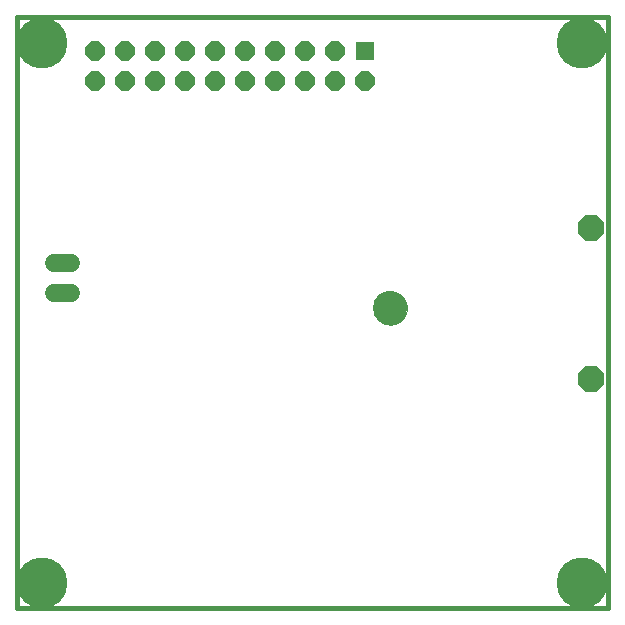
<source format=gbs>
G75*
%MOIN*%
%OFA0B0*%
%FSLAX25Y25*%
%IPPOS*%
%LPD*%
%AMOC8*
5,1,8,0,0,1.08239X$1,22.5*
%
%ADD10C,0.01600*%
%ADD11C,0.00000*%
%ADD12C,0.11424*%
%ADD13OC8,0.08900*%
%ADD14R,0.06400X0.06400*%
%ADD15OC8,0.06400*%
%ADD16C,0.06000*%
%ADD17C,0.16998*%
D10*
X0002849Y0001800D02*
X0199700Y0001800D01*
X0199700Y0198650D01*
X0002849Y0198650D01*
X0002849Y0001800D01*
D11*
X0121668Y0101682D02*
X0121670Y0101830D01*
X0121676Y0101978D01*
X0121686Y0102126D01*
X0121700Y0102273D01*
X0121718Y0102420D01*
X0121739Y0102566D01*
X0121765Y0102712D01*
X0121795Y0102857D01*
X0121828Y0103001D01*
X0121866Y0103144D01*
X0121907Y0103286D01*
X0121952Y0103427D01*
X0122000Y0103567D01*
X0122053Y0103706D01*
X0122109Y0103843D01*
X0122169Y0103978D01*
X0122232Y0104112D01*
X0122299Y0104244D01*
X0122370Y0104374D01*
X0122444Y0104502D01*
X0122521Y0104628D01*
X0122602Y0104752D01*
X0122686Y0104874D01*
X0122773Y0104993D01*
X0122864Y0105110D01*
X0122958Y0105225D01*
X0123054Y0105337D01*
X0123154Y0105447D01*
X0123256Y0105553D01*
X0123362Y0105657D01*
X0123470Y0105758D01*
X0123581Y0105856D01*
X0123694Y0105952D01*
X0123810Y0106044D01*
X0123928Y0106133D01*
X0124049Y0106218D01*
X0124172Y0106301D01*
X0124297Y0106380D01*
X0124424Y0106456D01*
X0124553Y0106528D01*
X0124684Y0106597D01*
X0124817Y0106662D01*
X0124952Y0106723D01*
X0125088Y0106781D01*
X0125225Y0106836D01*
X0125364Y0106886D01*
X0125505Y0106933D01*
X0125646Y0106976D01*
X0125789Y0107016D01*
X0125933Y0107051D01*
X0126077Y0107083D01*
X0126223Y0107110D01*
X0126369Y0107134D01*
X0126516Y0107154D01*
X0126663Y0107170D01*
X0126810Y0107182D01*
X0126958Y0107190D01*
X0127106Y0107194D01*
X0127254Y0107194D01*
X0127402Y0107190D01*
X0127550Y0107182D01*
X0127697Y0107170D01*
X0127844Y0107154D01*
X0127991Y0107134D01*
X0128137Y0107110D01*
X0128283Y0107083D01*
X0128427Y0107051D01*
X0128571Y0107016D01*
X0128714Y0106976D01*
X0128855Y0106933D01*
X0128996Y0106886D01*
X0129135Y0106836D01*
X0129272Y0106781D01*
X0129408Y0106723D01*
X0129543Y0106662D01*
X0129676Y0106597D01*
X0129807Y0106528D01*
X0129936Y0106456D01*
X0130063Y0106380D01*
X0130188Y0106301D01*
X0130311Y0106218D01*
X0130432Y0106133D01*
X0130550Y0106044D01*
X0130666Y0105952D01*
X0130779Y0105856D01*
X0130890Y0105758D01*
X0130998Y0105657D01*
X0131104Y0105553D01*
X0131206Y0105447D01*
X0131306Y0105337D01*
X0131402Y0105225D01*
X0131496Y0105110D01*
X0131587Y0104993D01*
X0131674Y0104874D01*
X0131758Y0104752D01*
X0131839Y0104628D01*
X0131916Y0104502D01*
X0131990Y0104374D01*
X0132061Y0104244D01*
X0132128Y0104112D01*
X0132191Y0103978D01*
X0132251Y0103843D01*
X0132307Y0103706D01*
X0132360Y0103567D01*
X0132408Y0103427D01*
X0132453Y0103286D01*
X0132494Y0103144D01*
X0132532Y0103001D01*
X0132565Y0102857D01*
X0132595Y0102712D01*
X0132621Y0102566D01*
X0132642Y0102420D01*
X0132660Y0102273D01*
X0132674Y0102126D01*
X0132684Y0101978D01*
X0132690Y0101830D01*
X0132692Y0101682D01*
X0132690Y0101534D01*
X0132684Y0101386D01*
X0132674Y0101238D01*
X0132660Y0101091D01*
X0132642Y0100944D01*
X0132621Y0100798D01*
X0132595Y0100652D01*
X0132565Y0100507D01*
X0132532Y0100363D01*
X0132494Y0100220D01*
X0132453Y0100078D01*
X0132408Y0099937D01*
X0132360Y0099797D01*
X0132307Y0099658D01*
X0132251Y0099521D01*
X0132191Y0099386D01*
X0132128Y0099252D01*
X0132061Y0099120D01*
X0131990Y0098990D01*
X0131916Y0098862D01*
X0131839Y0098736D01*
X0131758Y0098612D01*
X0131674Y0098490D01*
X0131587Y0098371D01*
X0131496Y0098254D01*
X0131402Y0098139D01*
X0131306Y0098027D01*
X0131206Y0097917D01*
X0131104Y0097811D01*
X0130998Y0097707D01*
X0130890Y0097606D01*
X0130779Y0097508D01*
X0130666Y0097412D01*
X0130550Y0097320D01*
X0130432Y0097231D01*
X0130311Y0097146D01*
X0130188Y0097063D01*
X0130063Y0096984D01*
X0129936Y0096908D01*
X0129807Y0096836D01*
X0129676Y0096767D01*
X0129543Y0096702D01*
X0129408Y0096641D01*
X0129272Y0096583D01*
X0129135Y0096528D01*
X0128996Y0096478D01*
X0128855Y0096431D01*
X0128714Y0096388D01*
X0128571Y0096348D01*
X0128427Y0096313D01*
X0128283Y0096281D01*
X0128137Y0096254D01*
X0127991Y0096230D01*
X0127844Y0096210D01*
X0127697Y0096194D01*
X0127550Y0096182D01*
X0127402Y0096174D01*
X0127254Y0096170D01*
X0127106Y0096170D01*
X0126958Y0096174D01*
X0126810Y0096182D01*
X0126663Y0096194D01*
X0126516Y0096210D01*
X0126369Y0096230D01*
X0126223Y0096254D01*
X0126077Y0096281D01*
X0125933Y0096313D01*
X0125789Y0096348D01*
X0125646Y0096388D01*
X0125505Y0096431D01*
X0125364Y0096478D01*
X0125225Y0096528D01*
X0125088Y0096583D01*
X0124952Y0096641D01*
X0124817Y0096702D01*
X0124684Y0096767D01*
X0124553Y0096836D01*
X0124424Y0096908D01*
X0124297Y0096984D01*
X0124172Y0097063D01*
X0124049Y0097146D01*
X0123928Y0097231D01*
X0123810Y0097320D01*
X0123694Y0097412D01*
X0123581Y0097508D01*
X0123470Y0097606D01*
X0123362Y0097707D01*
X0123256Y0097811D01*
X0123154Y0097917D01*
X0123054Y0098027D01*
X0122958Y0098139D01*
X0122864Y0098254D01*
X0122773Y0098371D01*
X0122686Y0098490D01*
X0122602Y0098612D01*
X0122521Y0098736D01*
X0122444Y0098862D01*
X0122370Y0098990D01*
X0122299Y0099120D01*
X0122232Y0099252D01*
X0122169Y0099386D01*
X0122109Y0099521D01*
X0122053Y0099658D01*
X0122000Y0099797D01*
X0121952Y0099937D01*
X0121907Y0100078D01*
X0121866Y0100220D01*
X0121828Y0100363D01*
X0121795Y0100507D01*
X0121765Y0100652D01*
X0121739Y0100798D01*
X0121718Y0100944D01*
X0121700Y0101091D01*
X0121686Y0101238D01*
X0121676Y0101386D01*
X0121670Y0101534D01*
X0121668Y0101682D01*
D12*
X0127180Y0101682D03*
D13*
X0194109Y0078060D03*
X0194109Y0128454D03*
D14*
X0118912Y0187528D03*
D15*
X0108912Y0187528D03*
X0098912Y0187528D03*
X0088912Y0187528D03*
X0078912Y0187528D03*
X0068912Y0187528D03*
X0058912Y0187528D03*
X0048912Y0187528D03*
X0038912Y0187528D03*
X0028912Y0187528D03*
X0028912Y0177528D03*
X0038912Y0177528D03*
X0048912Y0177528D03*
X0058912Y0177528D03*
X0068912Y0177528D03*
X0078912Y0177528D03*
X0088912Y0177528D03*
X0098912Y0177528D03*
X0108912Y0177528D03*
X0118912Y0177528D03*
D16*
X0020649Y0116800D02*
X0015049Y0116800D01*
X0015049Y0106800D02*
X0020649Y0106800D01*
D17*
X0011166Y0190066D03*
X0191166Y0190066D03*
X0191166Y0010066D03*
X0011166Y0010066D03*
M02*

</source>
